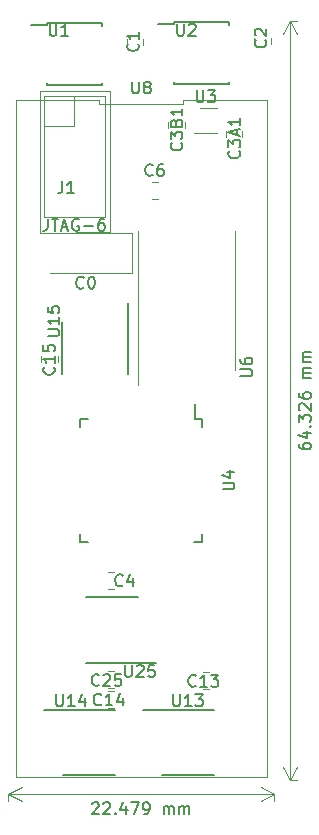
<source format=gbr>
G04 #@! TF.GenerationSoftware,KiCad,Pcbnew,(5.1.2)-1*
G04 #@! TF.CreationDate,2019-12-23T21:44:58-05:00*
G04 #@! TF.ProjectId,C64CPLA,43363443-504c-4412-9e6b-696361645f70,rev?*
G04 #@! TF.SameCoordinates,Original*
G04 #@! TF.FileFunction,Legend,Top*
G04 #@! TF.FilePolarity,Positive*
%FSLAX46Y46*%
G04 Gerber Fmt 4.6, Leading zero omitted, Abs format (unit mm)*
G04 Created by KiCad (PCBNEW (5.1.2)-1) date 2019-12-23 21:44:58*
%MOMM*%
%LPD*%
G04 APERTURE LIST*
%ADD10C,0.120000*%
%ADD11C,0.150000*%
G04 APERTURE END LIST*
D10*
X95253500Y-51943000D02*
X97853500Y-51943000D01*
X95253500Y-49343000D02*
X95253500Y-51943000D01*
X97853500Y-49343000D02*
X95253500Y-49343000D01*
X97853500Y-51943000D02*
X97853500Y-49343000D01*
X95253500Y-51943000D02*
X97853500Y-51943000D01*
X94932500Y-48958500D02*
X94932500Y-60960000D01*
X100838000Y-48958500D02*
X94932500Y-48958500D01*
X100838000Y-60896500D02*
X100838000Y-48958500D01*
X94932500Y-60960000D02*
X100838000Y-60896500D01*
X95253500Y-49343000D02*
X100457000Y-49339500D01*
D11*
X99362142Y-109275619D02*
X99409761Y-109228000D01*
X99505000Y-109180380D01*
X99743095Y-109180380D01*
X99838333Y-109228000D01*
X99885952Y-109275619D01*
X99933571Y-109370857D01*
X99933571Y-109466095D01*
X99885952Y-109608952D01*
X99314523Y-110180380D01*
X99933571Y-110180380D01*
X100314523Y-109275619D02*
X100362142Y-109228000D01*
X100457380Y-109180380D01*
X100695476Y-109180380D01*
X100790714Y-109228000D01*
X100838333Y-109275619D01*
X100885952Y-109370857D01*
X100885952Y-109466095D01*
X100838333Y-109608952D01*
X100266904Y-110180380D01*
X100885952Y-110180380D01*
X101314523Y-110085142D02*
X101362142Y-110132761D01*
X101314523Y-110180380D01*
X101266904Y-110132761D01*
X101314523Y-110085142D01*
X101314523Y-110180380D01*
X102219285Y-109513714D02*
X102219285Y-110180380D01*
X101981190Y-109132761D02*
X101743095Y-109847047D01*
X102362142Y-109847047D01*
X102647857Y-109180380D02*
X103314523Y-109180380D01*
X102885952Y-110180380D01*
X103743095Y-110180380D02*
X103933571Y-110180380D01*
X104028809Y-110132761D01*
X104076428Y-110085142D01*
X104171666Y-109942285D01*
X104219285Y-109751809D01*
X104219285Y-109370857D01*
X104171666Y-109275619D01*
X104124047Y-109228000D01*
X104028809Y-109180380D01*
X103838333Y-109180380D01*
X103743095Y-109228000D01*
X103695476Y-109275619D01*
X103647857Y-109370857D01*
X103647857Y-109608952D01*
X103695476Y-109704190D01*
X103743095Y-109751809D01*
X103838333Y-109799428D01*
X104028809Y-109799428D01*
X104124047Y-109751809D01*
X104171666Y-109704190D01*
X104219285Y-109608952D01*
X105409761Y-110180380D02*
X105409761Y-109513714D01*
X105409761Y-109608952D02*
X105457380Y-109561333D01*
X105552619Y-109513714D01*
X105695476Y-109513714D01*
X105790714Y-109561333D01*
X105838333Y-109656571D01*
X105838333Y-110180380D01*
X105838333Y-109656571D02*
X105885952Y-109561333D01*
X105981190Y-109513714D01*
X106124047Y-109513714D01*
X106219285Y-109561333D01*
X106266904Y-109656571D01*
X106266904Y-110180380D01*
X106743095Y-110180380D02*
X106743095Y-109513714D01*
X106743095Y-109608952D02*
X106790714Y-109561333D01*
X106885952Y-109513714D01*
X107028809Y-109513714D01*
X107124047Y-109561333D01*
X107171666Y-109656571D01*
X107171666Y-110180380D01*
X107171666Y-109656571D02*
X107219285Y-109561333D01*
X107314523Y-109513714D01*
X107457380Y-109513714D01*
X107552619Y-109561333D01*
X107600238Y-109656571D01*
X107600238Y-110180380D01*
D10*
X92265500Y-108458000D02*
X114744500Y-108458000D01*
X92265500Y-108458000D02*
X92265500Y-109044421D01*
X114744500Y-108458000D02*
X114744500Y-109044421D01*
X114744500Y-108458000D02*
X113617996Y-109044421D01*
X114744500Y-108458000D02*
X113617996Y-107871579D01*
X92265500Y-108458000D02*
X93392004Y-109044421D01*
X92265500Y-108458000D02*
X93392004Y-107871579D01*
D11*
X116863880Y-78818916D02*
X116863880Y-79009392D01*
X116911500Y-79104630D01*
X116959119Y-79152250D01*
X117101976Y-79247488D01*
X117292452Y-79295107D01*
X117673404Y-79295107D01*
X117768642Y-79247488D01*
X117816261Y-79199869D01*
X117863880Y-79104630D01*
X117863880Y-78914154D01*
X117816261Y-78818916D01*
X117768642Y-78771297D01*
X117673404Y-78723678D01*
X117435309Y-78723678D01*
X117340071Y-78771297D01*
X117292452Y-78818916D01*
X117244833Y-78914154D01*
X117244833Y-79104630D01*
X117292452Y-79199869D01*
X117340071Y-79247488D01*
X117435309Y-79295107D01*
X117197214Y-77866535D02*
X117863880Y-77866535D01*
X116816261Y-78104630D02*
X117530547Y-78342726D01*
X117530547Y-77723678D01*
X117768642Y-77342726D02*
X117816261Y-77295107D01*
X117863880Y-77342726D01*
X117816261Y-77390345D01*
X117768642Y-77342726D01*
X117863880Y-77342726D01*
X116863880Y-76961773D02*
X116863880Y-76342726D01*
X117244833Y-76676059D01*
X117244833Y-76533202D01*
X117292452Y-76437964D01*
X117340071Y-76390345D01*
X117435309Y-76342726D01*
X117673404Y-76342726D01*
X117768642Y-76390345D01*
X117816261Y-76437964D01*
X117863880Y-76533202D01*
X117863880Y-76818916D01*
X117816261Y-76914154D01*
X117768642Y-76961773D01*
X116959119Y-75961773D02*
X116911500Y-75914154D01*
X116863880Y-75818916D01*
X116863880Y-75580821D01*
X116911500Y-75485583D01*
X116959119Y-75437964D01*
X117054357Y-75390345D01*
X117149595Y-75390345D01*
X117292452Y-75437964D01*
X117863880Y-76009392D01*
X117863880Y-75390345D01*
X116863880Y-74533202D02*
X116863880Y-74723678D01*
X116911500Y-74818916D01*
X116959119Y-74866535D01*
X117101976Y-74961773D01*
X117292452Y-75009392D01*
X117673404Y-75009392D01*
X117768642Y-74961773D01*
X117816261Y-74914154D01*
X117863880Y-74818916D01*
X117863880Y-74628440D01*
X117816261Y-74533202D01*
X117768642Y-74485583D01*
X117673404Y-74437964D01*
X117435309Y-74437964D01*
X117340071Y-74485583D01*
X117292452Y-74533202D01*
X117244833Y-74628440D01*
X117244833Y-74818916D01*
X117292452Y-74914154D01*
X117340071Y-74961773D01*
X117435309Y-75009392D01*
X117863880Y-73247488D02*
X117197214Y-73247488D01*
X117292452Y-73247488D02*
X117244833Y-73199869D01*
X117197214Y-73104630D01*
X117197214Y-72961773D01*
X117244833Y-72866535D01*
X117340071Y-72818916D01*
X117863880Y-72818916D01*
X117340071Y-72818916D02*
X117244833Y-72771297D01*
X117197214Y-72676059D01*
X117197214Y-72533202D01*
X117244833Y-72437964D01*
X117340071Y-72390345D01*
X117863880Y-72390345D01*
X117863880Y-71914154D02*
X117197214Y-71914154D01*
X117292452Y-71914154D02*
X117244833Y-71866535D01*
X117197214Y-71771297D01*
X117197214Y-71628440D01*
X117244833Y-71533202D01*
X117340071Y-71485583D01*
X117863880Y-71485583D01*
X117340071Y-71485583D02*
X117244833Y-71437964D01*
X117197214Y-71342726D01*
X117197214Y-71199869D01*
X117244833Y-71104630D01*
X117340071Y-71057011D01*
X117863880Y-71057011D01*
D10*
X116141500Y-107315000D02*
X116141500Y-42989500D01*
X116141500Y-107315000D02*
X116727921Y-107315000D01*
X116141500Y-42989500D02*
X116727921Y-42989500D01*
X116141500Y-42989500D02*
X116727921Y-44116004D01*
X116141500Y-42989500D02*
X115555079Y-44116004D01*
X116141500Y-107315000D02*
X116727921Y-106188496D01*
X116141500Y-107315000D02*
X115555079Y-106188496D01*
X95253500Y-59623000D02*
X100453500Y-59623000D01*
X95253500Y-51943000D02*
X95253500Y-59623000D01*
X100453500Y-49343000D02*
X100453500Y-59623000D01*
X95253500Y-51943000D02*
X97853500Y-51943000D01*
X97853500Y-51943000D02*
X97853500Y-49343000D01*
X97853500Y-49343000D02*
X100453500Y-49343000D01*
X95253500Y-50673000D02*
X95253500Y-49343000D01*
X95253500Y-49343000D02*
X96583500Y-49343000D01*
D11*
X104803500Y-97351500D02*
X98828500Y-97351500D01*
X103228500Y-91826500D02*
X98828500Y-91826500D01*
D10*
X111425000Y-72575000D02*
X111425000Y-60775000D01*
X103205000Y-73880000D02*
X103205000Y-60775000D01*
X92880001Y-49700000D02*
X92880000Y-107018000D01*
X92880000Y-107018000D02*
X114129999Y-107018000D01*
X114129999Y-107018000D02*
X114130000Y-49700000D01*
X114130000Y-49700000D02*
X107046666Y-49700000D01*
X107046666Y-49700000D02*
X107046666Y-50060000D01*
X107046666Y-50060000D02*
X99963334Y-50060000D01*
X99963334Y-50060000D02*
X99963334Y-49700000D01*
X99963334Y-49700000D02*
X92880001Y-49700000D01*
X110669000Y-52319422D02*
X110669000Y-52836578D01*
X112089000Y-52319422D02*
X112089000Y-52836578D01*
X105779500Y-51557422D02*
X105779500Y-52074578D01*
X107199500Y-51557422D02*
X107199500Y-52074578D01*
X109966000Y-52495000D02*
X107966000Y-52495000D01*
X108466000Y-50375000D02*
X109966000Y-50375000D01*
D11*
X96843000Y-68475500D02*
X96843000Y-72875500D01*
X102368000Y-66900500D02*
X102368000Y-72875500D01*
D10*
X101223578Y-89714000D02*
X100706422Y-89714000D01*
X101223578Y-91134000D02*
X100706422Y-91134000D01*
X104389422Y-56630500D02*
X104906578Y-56630500D01*
X104389422Y-58050500D02*
X104906578Y-58050500D01*
X95048000Y-71886578D02*
X95048000Y-71369422D01*
X96468000Y-71886578D02*
X96468000Y-71369422D01*
X100706422Y-98096000D02*
X101223578Y-98096000D01*
X100706422Y-99516000D02*
X101223578Y-99516000D01*
X109224578Y-98159500D02*
X108707422Y-98159500D01*
X109224578Y-99579500D02*
X108707422Y-99579500D01*
X101223578Y-101167000D02*
X100706422Y-101167000D01*
X101223578Y-99747000D02*
X100706422Y-99747000D01*
D11*
X105242000Y-106865000D02*
X109642000Y-106865000D01*
X103667000Y-101340000D02*
X109642000Y-101340000D01*
X95285000Y-101340000D02*
X101260000Y-101340000D01*
X96860000Y-106865000D02*
X101260000Y-106865000D01*
D10*
X102287000Y-44508922D02*
X102287000Y-45026078D01*
X103707000Y-44508922D02*
X103707000Y-45026078D01*
X114502000Y-44445422D02*
X114502000Y-44962578D01*
X113082000Y-44445422D02*
X113082000Y-44962578D01*
D11*
X95528500Y-43222000D02*
X95528500Y-43347000D01*
X100178500Y-43222000D02*
X100178500Y-43447000D01*
X100178500Y-48472000D02*
X100178500Y-48247000D01*
X95528500Y-48472000D02*
X95528500Y-48247000D01*
X95528500Y-43222000D02*
X100178500Y-43222000D01*
X95528500Y-48472000D02*
X100178500Y-48472000D01*
X95528500Y-43347000D02*
X94178500Y-43347000D01*
X106289000Y-43265000D02*
X104939000Y-43265000D01*
X106289000Y-48390000D02*
X110939000Y-48390000D01*
X106289000Y-43140000D02*
X110939000Y-43140000D01*
X106289000Y-48390000D02*
X106289000Y-48165000D01*
X110939000Y-48390000D02*
X110939000Y-48165000D01*
X110939000Y-43140000D02*
X110939000Y-43365000D01*
X106289000Y-43140000D02*
X106289000Y-43265000D01*
D10*
X95806000Y-64384500D02*
X102741000Y-64384500D01*
X102741000Y-64384500D02*
X102741000Y-60964500D01*
X102741000Y-60964500D02*
X95806000Y-60964500D01*
D11*
X108680000Y-76740000D02*
X108105000Y-76740000D01*
X108680000Y-87090000D02*
X108005000Y-87090000D01*
X98330000Y-87090000D02*
X99005000Y-87090000D01*
X98330000Y-76740000D02*
X99005000Y-76740000D01*
X108680000Y-76740000D02*
X108680000Y-77415000D01*
X98330000Y-76740000D02*
X98330000Y-77415000D01*
X98330000Y-87090000D02*
X98330000Y-86415000D01*
X108680000Y-87090000D02*
X108680000Y-86415000D01*
X108105000Y-76740000D02*
X108105000Y-75465000D01*
X96821666Y-56602380D02*
X96821666Y-57316666D01*
X96774047Y-57459523D01*
X96678809Y-57554761D01*
X96535952Y-57602380D01*
X96440714Y-57602380D01*
X97821666Y-57602380D02*
X97250238Y-57602380D01*
X97535952Y-57602380D02*
X97535952Y-56602380D01*
X97440714Y-56745238D01*
X97345476Y-56840476D01*
X97250238Y-56888095D01*
X95591595Y-59777380D02*
X95591595Y-60491666D01*
X95543976Y-60634523D01*
X95448738Y-60729761D01*
X95305880Y-60777380D01*
X95210642Y-60777380D01*
X95924928Y-59777380D02*
X96496357Y-59777380D01*
X96210642Y-60777380D02*
X96210642Y-59777380D01*
X96782071Y-60491666D02*
X97258261Y-60491666D01*
X96686833Y-60777380D02*
X97020166Y-59777380D01*
X97353500Y-60777380D01*
X98210642Y-59825000D02*
X98115404Y-59777380D01*
X97972547Y-59777380D01*
X97829690Y-59825000D01*
X97734452Y-59920238D01*
X97686833Y-60015476D01*
X97639214Y-60205952D01*
X97639214Y-60348809D01*
X97686833Y-60539285D01*
X97734452Y-60634523D01*
X97829690Y-60729761D01*
X97972547Y-60777380D01*
X98067785Y-60777380D01*
X98210642Y-60729761D01*
X98258261Y-60682142D01*
X98258261Y-60348809D01*
X98067785Y-60348809D01*
X98686833Y-60396428D02*
X99448738Y-60396428D01*
X100353500Y-59777380D02*
X100163023Y-59777380D01*
X100067785Y-59825000D01*
X100020166Y-59872619D01*
X99924928Y-60015476D01*
X99877309Y-60205952D01*
X99877309Y-60586904D01*
X99924928Y-60682142D01*
X99972547Y-60729761D01*
X100067785Y-60777380D01*
X100258261Y-60777380D01*
X100353500Y-60729761D01*
X100401119Y-60682142D01*
X100448738Y-60586904D01*
X100448738Y-60348809D01*
X100401119Y-60253571D01*
X100353500Y-60205952D01*
X100258261Y-60158333D01*
X100067785Y-60158333D01*
X99972547Y-60205952D01*
X99924928Y-60253571D01*
X99877309Y-60348809D01*
X102139904Y-97559880D02*
X102139904Y-98369404D01*
X102187523Y-98464642D01*
X102235142Y-98512261D01*
X102330380Y-98559880D01*
X102520857Y-98559880D01*
X102616095Y-98512261D01*
X102663714Y-98464642D01*
X102711333Y-98369404D01*
X102711333Y-97559880D01*
X103139904Y-97655119D02*
X103187523Y-97607500D01*
X103282761Y-97559880D01*
X103520857Y-97559880D01*
X103616095Y-97607500D01*
X103663714Y-97655119D01*
X103711333Y-97750357D01*
X103711333Y-97845595D01*
X103663714Y-97988452D01*
X103092285Y-98559880D01*
X103711333Y-98559880D01*
X104616095Y-97559880D02*
X104139904Y-97559880D01*
X104092285Y-98036071D01*
X104139904Y-97988452D01*
X104235142Y-97940833D01*
X104473238Y-97940833D01*
X104568476Y-97988452D01*
X104616095Y-98036071D01*
X104663714Y-98131309D01*
X104663714Y-98369404D01*
X104616095Y-98464642D01*
X104568476Y-98512261D01*
X104473238Y-98559880D01*
X104235142Y-98559880D01*
X104139904Y-98512261D01*
X104092285Y-98464642D01*
X111910880Y-73088404D02*
X112720404Y-73088404D01*
X112815642Y-73040785D01*
X112863261Y-72993166D01*
X112910880Y-72897928D01*
X112910880Y-72707452D01*
X112863261Y-72612214D01*
X112815642Y-72564595D01*
X112720404Y-72516976D01*
X111910880Y-72516976D01*
X111910880Y-71612214D02*
X111910880Y-71802690D01*
X111958500Y-71897928D01*
X112006119Y-71945547D01*
X112148976Y-72040785D01*
X112339452Y-72088404D01*
X112720404Y-72088404D01*
X112815642Y-72040785D01*
X112863261Y-71993166D01*
X112910880Y-71897928D01*
X112910880Y-71707452D01*
X112863261Y-71612214D01*
X112815642Y-71564595D01*
X112720404Y-71516976D01*
X112482309Y-71516976D01*
X112387071Y-71564595D01*
X112339452Y-71612214D01*
X112291833Y-71707452D01*
X112291833Y-71897928D01*
X112339452Y-71993166D01*
X112387071Y-72040785D01*
X112482309Y-72088404D01*
X102743095Y-48152380D02*
X102743095Y-48961904D01*
X102790714Y-49057142D01*
X102838333Y-49104761D01*
X102933571Y-49152380D01*
X103124047Y-49152380D01*
X103219285Y-49104761D01*
X103266904Y-49057142D01*
X103314523Y-48961904D01*
X103314523Y-48152380D01*
X103933571Y-48580952D02*
X103838333Y-48533333D01*
X103790714Y-48485714D01*
X103743095Y-48390476D01*
X103743095Y-48342857D01*
X103790714Y-48247619D01*
X103838333Y-48200000D01*
X103933571Y-48152380D01*
X104124047Y-48152380D01*
X104219285Y-48200000D01*
X104266904Y-48247619D01*
X104314523Y-48342857D01*
X104314523Y-48390476D01*
X104266904Y-48485714D01*
X104219285Y-48533333D01*
X104124047Y-48580952D01*
X103933571Y-48580952D01*
X103838333Y-48628571D01*
X103790714Y-48676190D01*
X103743095Y-48771428D01*
X103743095Y-48961904D01*
X103790714Y-49057142D01*
X103838333Y-49104761D01*
X103933571Y-49152380D01*
X104124047Y-49152380D01*
X104219285Y-49104761D01*
X104266904Y-49057142D01*
X104314523Y-48961904D01*
X104314523Y-48771428D01*
X104266904Y-48676190D01*
X104219285Y-48628571D01*
X104124047Y-48580952D01*
X111799642Y-54030428D02*
X111847261Y-54078047D01*
X111894880Y-54220904D01*
X111894880Y-54316142D01*
X111847261Y-54459000D01*
X111752023Y-54554238D01*
X111656785Y-54601857D01*
X111466309Y-54649476D01*
X111323452Y-54649476D01*
X111132976Y-54601857D01*
X111037738Y-54554238D01*
X110942500Y-54459000D01*
X110894880Y-54316142D01*
X110894880Y-54220904D01*
X110942500Y-54078047D01*
X110990119Y-54030428D01*
X110894880Y-53697095D02*
X110894880Y-53078047D01*
X111275833Y-53411380D01*
X111275833Y-53268523D01*
X111323452Y-53173285D01*
X111371071Y-53125666D01*
X111466309Y-53078047D01*
X111704404Y-53078047D01*
X111799642Y-53125666D01*
X111847261Y-53173285D01*
X111894880Y-53268523D01*
X111894880Y-53554238D01*
X111847261Y-53649476D01*
X111799642Y-53697095D01*
X111609166Y-52697095D02*
X111609166Y-52220904D01*
X111894880Y-52792333D02*
X110894880Y-52459000D01*
X111894880Y-52125666D01*
X111894880Y-51268523D02*
X111894880Y-51839952D01*
X111894880Y-51554238D02*
X110894880Y-51554238D01*
X111037738Y-51649476D01*
X111132976Y-51744714D01*
X111180595Y-51839952D01*
X106910142Y-53339857D02*
X106957761Y-53387476D01*
X107005380Y-53530333D01*
X107005380Y-53625571D01*
X106957761Y-53768428D01*
X106862523Y-53863666D01*
X106767285Y-53911285D01*
X106576809Y-53958904D01*
X106433952Y-53958904D01*
X106243476Y-53911285D01*
X106148238Y-53863666D01*
X106053000Y-53768428D01*
X106005380Y-53625571D01*
X106005380Y-53530333D01*
X106053000Y-53387476D01*
X106100619Y-53339857D01*
X106005380Y-53006523D02*
X106005380Y-52387476D01*
X106386333Y-52720809D01*
X106386333Y-52577952D01*
X106433952Y-52482714D01*
X106481571Y-52435095D01*
X106576809Y-52387476D01*
X106814904Y-52387476D01*
X106910142Y-52435095D01*
X106957761Y-52482714D01*
X107005380Y-52577952D01*
X107005380Y-52863666D01*
X106957761Y-52958904D01*
X106910142Y-53006523D01*
X106481571Y-51625571D02*
X106529190Y-51482714D01*
X106576809Y-51435095D01*
X106672047Y-51387476D01*
X106814904Y-51387476D01*
X106910142Y-51435095D01*
X106957761Y-51482714D01*
X107005380Y-51577952D01*
X107005380Y-51958904D01*
X106005380Y-51958904D01*
X106005380Y-51625571D01*
X106053000Y-51530333D01*
X106100619Y-51482714D01*
X106195857Y-51435095D01*
X106291095Y-51435095D01*
X106386333Y-51482714D01*
X106433952Y-51530333D01*
X106481571Y-51625571D01*
X106481571Y-51958904D01*
X107005380Y-50435095D02*
X107005380Y-51006523D01*
X107005380Y-50720809D02*
X106005380Y-50720809D01*
X106148238Y-50816047D01*
X106243476Y-50911285D01*
X106291095Y-51006523D01*
X108204095Y-48887380D02*
X108204095Y-49696904D01*
X108251714Y-49792142D01*
X108299333Y-49839761D01*
X108394571Y-49887380D01*
X108585047Y-49887380D01*
X108680285Y-49839761D01*
X108727904Y-49792142D01*
X108775523Y-49696904D01*
X108775523Y-48887380D01*
X109156476Y-48887380D02*
X109775523Y-48887380D01*
X109442190Y-49268333D01*
X109585047Y-49268333D01*
X109680285Y-49315952D01*
X109727904Y-49363571D01*
X109775523Y-49458809D01*
X109775523Y-49696904D01*
X109727904Y-49792142D01*
X109680285Y-49839761D01*
X109585047Y-49887380D01*
X109299333Y-49887380D01*
X109204095Y-49839761D01*
X109156476Y-49792142D01*
X95591380Y-69691095D02*
X96400904Y-69691095D01*
X96496142Y-69643476D01*
X96543761Y-69595857D01*
X96591380Y-69500619D01*
X96591380Y-69310142D01*
X96543761Y-69214904D01*
X96496142Y-69167285D01*
X96400904Y-69119666D01*
X95591380Y-69119666D01*
X96591380Y-68119666D02*
X96591380Y-68691095D01*
X96591380Y-68405380D02*
X95591380Y-68405380D01*
X95734238Y-68500619D01*
X95829476Y-68595857D01*
X95877095Y-68691095D01*
X95591380Y-67214904D02*
X95591380Y-67691095D01*
X96067571Y-67738714D01*
X96019952Y-67691095D01*
X95972333Y-67595857D01*
X95972333Y-67357761D01*
X96019952Y-67262523D01*
X96067571Y-67214904D01*
X96162809Y-67167285D01*
X96400904Y-67167285D01*
X96496142Y-67214904D01*
X96543761Y-67262523D01*
X96591380Y-67357761D01*
X96591380Y-67595857D01*
X96543761Y-67691095D01*
X96496142Y-67738714D01*
X101941333Y-90781142D02*
X101893714Y-90828761D01*
X101750857Y-90876380D01*
X101655619Y-90876380D01*
X101512761Y-90828761D01*
X101417523Y-90733523D01*
X101369904Y-90638285D01*
X101322285Y-90447809D01*
X101322285Y-90304952D01*
X101369904Y-90114476D01*
X101417523Y-90019238D01*
X101512761Y-89924000D01*
X101655619Y-89876380D01*
X101750857Y-89876380D01*
X101893714Y-89924000D01*
X101941333Y-89971619D01*
X102798476Y-90209714D02*
X102798476Y-90876380D01*
X102560380Y-89828761D02*
X102322285Y-90543047D01*
X102941333Y-90543047D01*
X104481333Y-56047642D02*
X104433714Y-56095261D01*
X104290857Y-56142880D01*
X104195619Y-56142880D01*
X104052761Y-56095261D01*
X103957523Y-56000023D01*
X103909904Y-55904785D01*
X103862285Y-55714309D01*
X103862285Y-55571452D01*
X103909904Y-55380976D01*
X103957523Y-55285738D01*
X104052761Y-55190500D01*
X104195619Y-55142880D01*
X104290857Y-55142880D01*
X104433714Y-55190500D01*
X104481333Y-55238119D01*
X105338476Y-55142880D02*
X105148000Y-55142880D01*
X105052761Y-55190500D01*
X105005142Y-55238119D01*
X104909904Y-55380976D01*
X104862285Y-55571452D01*
X104862285Y-55952404D01*
X104909904Y-56047642D01*
X104957523Y-56095261D01*
X105052761Y-56142880D01*
X105243238Y-56142880D01*
X105338476Y-56095261D01*
X105386095Y-56047642D01*
X105433714Y-55952404D01*
X105433714Y-55714309D01*
X105386095Y-55619071D01*
X105338476Y-55571452D01*
X105243238Y-55523833D01*
X105052761Y-55523833D01*
X104957523Y-55571452D01*
X104909904Y-55619071D01*
X104862285Y-55714309D01*
X96115142Y-72334357D02*
X96162761Y-72381976D01*
X96210380Y-72524833D01*
X96210380Y-72620071D01*
X96162761Y-72762928D01*
X96067523Y-72858166D01*
X95972285Y-72905785D01*
X95781809Y-72953404D01*
X95638952Y-72953404D01*
X95448476Y-72905785D01*
X95353238Y-72858166D01*
X95258000Y-72762928D01*
X95210380Y-72620071D01*
X95210380Y-72524833D01*
X95258000Y-72381976D01*
X95305619Y-72334357D01*
X96210380Y-71381976D02*
X96210380Y-71953404D01*
X96210380Y-71667690D02*
X95210380Y-71667690D01*
X95353238Y-71762928D01*
X95448476Y-71858166D01*
X95496095Y-71953404D01*
X95210380Y-70477214D02*
X95210380Y-70953404D01*
X95686571Y-71001023D01*
X95638952Y-70953404D01*
X95591333Y-70858166D01*
X95591333Y-70620071D01*
X95638952Y-70524833D01*
X95686571Y-70477214D01*
X95781809Y-70429595D01*
X96019904Y-70429595D01*
X96115142Y-70477214D01*
X96162761Y-70524833D01*
X96210380Y-70620071D01*
X96210380Y-70858166D01*
X96162761Y-70953404D01*
X96115142Y-71001023D01*
X99941142Y-99226642D02*
X99893523Y-99274261D01*
X99750666Y-99321880D01*
X99655428Y-99321880D01*
X99512571Y-99274261D01*
X99417333Y-99179023D01*
X99369714Y-99083785D01*
X99322095Y-98893309D01*
X99322095Y-98750452D01*
X99369714Y-98559976D01*
X99417333Y-98464738D01*
X99512571Y-98369500D01*
X99655428Y-98321880D01*
X99750666Y-98321880D01*
X99893523Y-98369500D01*
X99941142Y-98417119D01*
X100322095Y-98417119D02*
X100369714Y-98369500D01*
X100464952Y-98321880D01*
X100703047Y-98321880D01*
X100798285Y-98369500D01*
X100845904Y-98417119D01*
X100893523Y-98512357D01*
X100893523Y-98607595D01*
X100845904Y-98750452D01*
X100274476Y-99321880D01*
X100893523Y-99321880D01*
X101798285Y-98321880D02*
X101322095Y-98321880D01*
X101274476Y-98798071D01*
X101322095Y-98750452D01*
X101417333Y-98702833D01*
X101655428Y-98702833D01*
X101750666Y-98750452D01*
X101798285Y-98798071D01*
X101845904Y-98893309D01*
X101845904Y-99131404D01*
X101798285Y-99226642D01*
X101750666Y-99274261D01*
X101655428Y-99321880D01*
X101417333Y-99321880D01*
X101322095Y-99274261D01*
X101274476Y-99226642D01*
X108132642Y-99290142D02*
X108085023Y-99337761D01*
X107942166Y-99385380D01*
X107846928Y-99385380D01*
X107704071Y-99337761D01*
X107608833Y-99242523D01*
X107561214Y-99147285D01*
X107513595Y-98956809D01*
X107513595Y-98813952D01*
X107561214Y-98623476D01*
X107608833Y-98528238D01*
X107704071Y-98433000D01*
X107846928Y-98385380D01*
X107942166Y-98385380D01*
X108085023Y-98433000D01*
X108132642Y-98480619D01*
X109085023Y-99385380D02*
X108513595Y-99385380D01*
X108799309Y-99385380D02*
X108799309Y-98385380D01*
X108704071Y-98528238D01*
X108608833Y-98623476D01*
X108513595Y-98671095D01*
X109418357Y-98385380D02*
X110037404Y-98385380D01*
X109704071Y-98766333D01*
X109846928Y-98766333D01*
X109942166Y-98813952D01*
X109989785Y-98861571D01*
X110037404Y-98956809D01*
X110037404Y-99194904D01*
X109989785Y-99290142D01*
X109942166Y-99337761D01*
X109846928Y-99385380D01*
X109561214Y-99385380D01*
X109465976Y-99337761D01*
X109418357Y-99290142D01*
X100131642Y-100877642D02*
X100084023Y-100925261D01*
X99941166Y-100972880D01*
X99845928Y-100972880D01*
X99703071Y-100925261D01*
X99607833Y-100830023D01*
X99560214Y-100734785D01*
X99512595Y-100544309D01*
X99512595Y-100401452D01*
X99560214Y-100210976D01*
X99607833Y-100115738D01*
X99703071Y-100020500D01*
X99845928Y-99972880D01*
X99941166Y-99972880D01*
X100084023Y-100020500D01*
X100131642Y-100068119D01*
X101084023Y-100972880D02*
X100512595Y-100972880D01*
X100798309Y-100972880D02*
X100798309Y-99972880D01*
X100703071Y-100115738D01*
X100607833Y-100210976D01*
X100512595Y-100258595D01*
X101941166Y-100306214D02*
X101941166Y-100972880D01*
X101703071Y-99925261D02*
X101464976Y-100639547D01*
X102084023Y-100639547D01*
X106203904Y-100042380D02*
X106203904Y-100851904D01*
X106251523Y-100947142D01*
X106299142Y-100994761D01*
X106394380Y-101042380D01*
X106584857Y-101042380D01*
X106680095Y-100994761D01*
X106727714Y-100947142D01*
X106775333Y-100851904D01*
X106775333Y-100042380D01*
X107775333Y-101042380D02*
X107203904Y-101042380D01*
X107489619Y-101042380D02*
X107489619Y-100042380D01*
X107394380Y-100185238D01*
X107299142Y-100280476D01*
X107203904Y-100328095D01*
X108108666Y-100042380D02*
X108727714Y-100042380D01*
X108394380Y-100423333D01*
X108537238Y-100423333D01*
X108632476Y-100470952D01*
X108680095Y-100518571D01*
X108727714Y-100613809D01*
X108727714Y-100851904D01*
X108680095Y-100947142D01*
X108632476Y-100994761D01*
X108537238Y-101042380D01*
X108251523Y-101042380D01*
X108156285Y-100994761D01*
X108108666Y-100947142D01*
X96297904Y-100036380D02*
X96297904Y-100845904D01*
X96345523Y-100941142D01*
X96393142Y-100988761D01*
X96488380Y-101036380D01*
X96678857Y-101036380D01*
X96774095Y-100988761D01*
X96821714Y-100941142D01*
X96869333Y-100845904D01*
X96869333Y-100036380D01*
X97869333Y-101036380D02*
X97297904Y-101036380D01*
X97583619Y-101036380D02*
X97583619Y-100036380D01*
X97488380Y-100179238D01*
X97393142Y-100274476D01*
X97297904Y-100322095D01*
X98726476Y-100369714D02*
X98726476Y-101036380D01*
X98488380Y-99988761D02*
X98250285Y-100703047D01*
X98869333Y-100703047D01*
X103227142Y-44934166D02*
X103274761Y-44981785D01*
X103322380Y-45124642D01*
X103322380Y-45219880D01*
X103274761Y-45362738D01*
X103179523Y-45457976D01*
X103084285Y-45505595D01*
X102893809Y-45553214D01*
X102750952Y-45553214D01*
X102560476Y-45505595D01*
X102465238Y-45457976D01*
X102370000Y-45362738D01*
X102322380Y-45219880D01*
X102322380Y-45124642D01*
X102370000Y-44981785D01*
X102417619Y-44934166D01*
X103322380Y-43981785D02*
X103322380Y-44553214D01*
X103322380Y-44267500D02*
X102322380Y-44267500D01*
X102465238Y-44362738D01*
X102560476Y-44457976D01*
X102608095Y-44553214D01*
X114022142Y-44616666D02*
X114069761Y-44664285D01*
X114117380Y-44807142D01*
X114117380Y-44902380D01*
X114069761Y-45045238D01*
X113974523Y-45140476D01*
X113879285Y-45188095D01*
X113688809Y-45235714D01*
X113545952Y-45235714D01*
X113355476Y-45188095D01*
X113260238Y-45140476D01*
X113165000Y-45045238D01*
X113117380Y-44902380D01*
X113117380Y-44807142D01*
X113165000Y-44664285D01*
X113212619Y-44616666D01*
X113212619Y-44235714D02*
X113165000Y-44188095D01*
X113117380Y-44092857D01*
X113117380Y-43854761D01*
X113165000Y-43759523D01*
X113212619Y-43711904D01*
X113307857Y-43664285D01*
X113403095Y-43664285D01*
X113545952Y-43711904D01*
X114117380Y-44283333D01*
X114117380Y-43664285D01*
X95758095Y-43267380D02*
X95758095Y-44076904D01*
X95805714Y-44172142D01*
X95853333Y-44219761D01*
X95948571Y-44267380D01*
X96139047Y-44267380D01*
X96234285Y-44219761D01*
X96281904Y-44172142D01*
X96329523Y-44076904D01*
X96329523Y-43267380D01*
X97329523Y-44267380D02*
X96758095Y-44267380D01*
X97043809Y-44267380D02*
X97043809Y-43267380D01*
X96948571Y-43410238D01*
X96853333Y-43505476D01*
X96758095Y-43553095D01*
X106553095Y-43267380D02*
X106553095Y-44076904D01*
X106600714Y-44172142D01*
X106648333Y-44219761D01*
X106743571Y-44267380D01*
X106934047Y-44267380D01*
X107029285Y-44219761D01*
X107076904Y-44172142D01*
X107124523Y-44076904D01*
X107124523Y-43267380D01*
X107553095Y-43362619D02*
X107600714Y-43315000D01*
X107695952Y-43267380D01*
X107934047Y-43267380D01*
X108029285Y-43315000D01*
X108076904Y-43362619D01*
X108124523Y-43457857D01*
X108124523Y-43553095D01*
X108076904Y-43695952D01*
X107505476Y-44267380D01*
X108124523Y-44267380D01*
X98639333Y-65581642D02*
X98591714Y-65629261D01*
X98448857Y-65676880D01*
X98353619Y-65676880D01*
X98210761Y-65629261D01*
X98115523Y-65534023D01*
X98067904Y-65438785D01*
X98020285Y-65248309D01*
X98020285Y-65105452D01*
X98067904Y-64914976D01*
X98115523Y-64819738D01*
X98210761Y-64724500D01*
X98353619Y-64676880D01*
X98448857Y-64676880D01*
X98591714Y-64724500D01*
X98639333Y-64772119D01*
X99258380Y-64676880D02*
X99353619Y-64676880D01*
X99448857Y-64724500D01*
X99496476Y-64772119D01*
X99544095Y-64867357D01*
X99591714Y-65057833D01*
X99591714Y-65295928D01*
X99544095Y-65486404D01*
X99496476Y-65581642D01*
X99448857Y-65629261D01*
X99353619Y-65676880D01*
X99258380Y-65676880D01*
X99163142Y-65629261D01*
X99115523Y-65581642D01*
X99067904Y-65486404D01*
X99020285Y-65295928D01*
X99020285Y-65057833D01*
X99067904Y-64867357D01*
X99115523Y-64772119D01*
X99163142Y-64724500D01*
X99258380Y-64676880D01*
X110407380Y-82676904D02*
X111216904Y-82676904D01*
X111312142Y-82629285D01*
X111359761Y-82581666D01*
X111407380Y-82486428D01*
X111407380Y-82295952D01*
X111359761Y-82200714D01*
X111312142Y-82153095D01*
X111216904Y-82105476D01*
X110407380Y-82105476D01*
X110740714Y-81200714D02*
X111407380Y-81200714D01*
X110359761Y-81438809D02*
X111074047Y-81676904D01*
X111074047Y-81057857D01*
M02*

</source>
